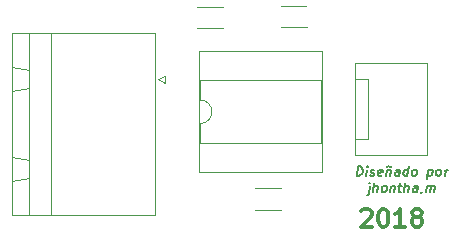
<source format=gto>
%TF.GenerationSoftware,KiCad,Pcbnew,(5.0.0)*%
%TF.CreationDate,2018-10-04T12:31:17-06:00*%
%TF.ProjectId,Ejemplo,456A656D706C6F2E6B696361645F7063,1.0*%
%TF.SameCoordinates,Original*%
%TF.FileFunction,Legend,Top*%
%TF.FilePolarity,Positive*%
%FSLAX46Y46*%
G04 Gerber Fmt 4.6, Leading zero omitted, Abs format (unit mm)*
G04 Created by KiCad (PCBNEW (5.0.0)) date 10/04/18 12:31:17*
%MOMM*%
%LPD*%
G01*
G04 APERTURE LIST*
%ADD10C,0.300000*%
%ADD11C,0.175000*%
%ADD12C,0.120000*%
%ADD13R,4.000000X2.500000*%
%ADD14O,4.000000X2.500000*%
%ADD15R,2.430000X2.130000*%
%ADD16O,2.430000X2.130000*%
%ADD17C,0.100000*%
%ADD18C,1.800000*%
%ADD19R,2.000000X2.000000*%
G04 APERTURE END LIST*
D10*
X136428571Y-103271428D02*
X136500000Y-103200000D01*
X136642857Y-103128571D01*
X137000000Y-103128571D01*
X137142857Y-103200000D01*
X137214285Y-103271428D01*
X137285714Y-103414285D01*
X137285714Y-103557142D01*
X137214285Y-103771428D01*
X136357142Y-104628571D01*
X137285714Y-104628571D01*
X138214285Y-103128571D02*
X138357142Y-103128571D01*
X138500000Y-103200000D01*
X138571428Y-103271428D01*
X138642857Y-103414285D01*
X138714285Y-103700000D01*
X138714285Y-104057142D01*
X138642857Y-104342857D01*
X138571428Y-104485714D01*
X138500000Y-104557142D01*
X138357142Y-104628571D01*
X138214285Y-104628571D01*
X138071428Y-104557142D01*
X138000000Y-104485714D01*
X137928571Y-104342857D01*
X137857142Y-104057142D01*
X137857142Y-103700000D01*
X137928571Y-103414285D01*
X138000000Y-103271428D01*
X138071428Y-103200000D01*
X138214285Y-103128571D01*
X140142857Y-104628571D02*
X139285714Y-104628571D01*
X139714285Y-104628571D02*
X139714285Y-103128571D01*
X139571428Y-103342857D01*
X139428571Y-103485714D01*
X139285714Y-103557142D01*
X141000000Y-103771428D02*
X140857142Y-103700000D01*
X140785714Y-103628571D01*
X140714285Y-103485714D01*
X140714285Y-103414285D01*
X140785714Y-103271428D01*
X140857142Y-103200000D01*
X141000000Y-103128571D01*
X141285714Y-103128571D01*
X141428571Y-103200000D01*
X141500000Y-103271428D01*
X141571428Y-103414285D01*
X141571428Y-103485714D01*
X141500000Y-103628571D01*
X141428571Y-103700000D01*
X141285714Y-103771428D01*
X141000000Y-103771428D01*
X140857142Y-103842857D01*
X140785714Y-103914285D01*
X140714285Y-104057142D01*
X140714285Y-104342857D01*
X140785714Y-104485714D01*
X140857142Y-104557142D01*
X141000000Y-104628571D01*
X141285714Y-104628571D01*
X141428571Y-104557142D01*
X141500000Y-104485714D01*
X141571428Y-104342857D01*
X141571428Y-104057142D01*
X141500000Y-103914285D01*
X141428571Y-103842857D01*
X141285714Y-103771428D01*
D11*
X136025066Y-100324404D02*
X136125066Y-99524404D01*
X136315543Y-99524404D01*
X136425066Y-99562500D01*
X136491733Y-99638690D01*
X136520305Y-99714880D01*
X136539352Y-99867261D01*
X136525066Y-99981547D01*
X136467924Y-100133928D01*
X136420305Y-100210119D01*
X136334590Y-100286309D01*
X136215543Y-100324404D01*
X136025066Y-100324404D01*
X136825066Y-100324404D02*
X136891733Y-99791071D01*
X136925066Y-99524404D02*
X136882209Y-99562500D01*
X136915543Y-99600595D01*
X136958400Y-99562500D01*
X136925066Y-99524404D01*
X136915543Y-99600595D01*
X137172686Y-100286309D02*
X137244114Y-100324404D01*
X137396495Y-100324404D01*
X137477447Y-100286309D01*
X137525066Y-100210119D01*
X137529828Y-100172023D01*
X137501257Y-100095833D01*
X137429828Y-100057738D01*
X137315543Y-100057738D01*
X137244114Y-100019642D01*
X137215543Y-99943452D01*
X137220305Y-99905357D01*
X137267924Y-99829166D01*
X137348876Y-99791071D01*
X137463162Y-99791071D01*
X137534590Y-99829166D01*
X138163162Y-100286309D02*
X138082209Y-100324404D01*
X137929828Y-100324404D01*
X137858400Y-100286309D01*
X137829828Y-100210119D01*
X137867924Y-99905357D01*
X137915543Y-99829166D01*
X137996495Y-99791071D01*
X138148876Y-99791071D01*
X138220305Y-99829166D01*
X138248876Y-99905357D01*
X138239352Y-99981547D01*
X137848876Y-100057738D01*
X138606019Y-99791071D02*
X138539352Y-100324404D01*
X138596495Y-99867261D02*
X138639352Y-99829166D01*
X138720305Y-99791071D01*
X138834590Y-99791071D01*
X138906019Y-99829166D01*
X138934590Y-99905357D01*
X138882209Y-100324404D01*
X138591733Y-99600595D02*
X138634590Y-99562500D01*
X138715543Y-99524404D01*
X138858400Y-99600595D01*
X138939352Y-99562500D01*
X138982209Y-99524404D01*
X139606019Y-100324404D02*
X139658400Y-99905357D01*
X139629828Y-99829166D01*
X139558400Y-99791071D01*
X139406019Y-99791071D01*
X139325066Y-99829166D01*
X139610781Y-100286309D02*
X139529828Y-100324404D01*
X139339352Y-100324404D01*
X139267924Y-100286309D01*
X139239352Y-100210119D01*
X139248876Y-100133928D01*
X139296495Y-100057738D01*
X139377447Y-100019642D01*
X139567924Y-100019642D01*
X139648876Y-99981547D01*
X140329828Y-100324404D02*
X140429828Y-99524404D01*
X140334590Y-100286309D02*
X140253638Y-100324404D01*
X140101257Y-100324404D01*
X140029828Y-100286309D01*
X139996495Y-100248214D01*
X139967924Y-100172023D01*
X139996495Y-99943452D01*
X140044114Y-99867261D01*
X140086971Y-99829166D01*
X140167924Y-99791071D01*
X140320305Y-99791071D01*
X140391733Y-99829166D01*
X140825066Y-100324404D02*
X140753638Y-100286309D01*
X140720305Y-100248214D01*
X140691733Y-100172023D01*
X140720305Y-99943452D01*
X140767924Y-99867261D01*
X140810781Y-99829166D01*
X140891733Y-99791071D01*
X141006019Y-99791071D01*
X141077447Y-99829166D01*
X141110781Y-99867261D01*
X141139352Y-99943452D01*
X141110781Y-100172023D01*
X141063162Y-100248214D01*
X141020305Y-100286309D01*
X140939352Y-100324404D01*
X140825066Y-100324404D01*
X142110781Y-99791071D02*
X142010781Y-100591071D01*
X142106019Y-99829166D02*
X142186971Y-99791071D01*
X142339352Y-99791071D01*
X142410781Y-99829166D01*
X142444114Y-99867261D01*
X142472686Y-99943452D01*
X142444114Y-100172023D01*
X142396495Y-100248214D01*
X142353638Y-100286309D01*
X142272686Y-100324404D01*
X142120305Y-100324404D01*
X142048876Y-100286309D01*
X142882209Y-100324404D02*
X142810781Y-100286309D01*
X142777447Y-100248214D01*
X142748876Y-100172023D01*
X142777447Y-99943452D01*
X142825066Y-99867261D01*
X142867924Y-99829166D01*
X142948876Y-99791071D01*
X143063162Y-99791071D01*
X143134590Y-99829166D01*
X143167924Y-99867261D01*
X143196495Y-99943452D01*
X143167924Y-100172023D01*
X143120305Y-100248214D01*
X143077447Y-100286309D01*
X142996495Y-100324404D01*
X142882209Y-100324404D01*
X143491733Y-100324404D02*
X143558400Y-99791071D01*
X143539352Y-99943452D02*
X143586971Y-99867261D01*
X143629828Y-99829166D01*
X143710781Y-99791071D01*
X143786971Y-99791071D01*
X137120305Y-101166071D02*
X137034590Y-101851785D01*
X136986971Y-101927976D01*
X136906019Y-101966071D01*
X136867924Y-101966071D01*
X137153638Y-100899404D02*
X137110781Y-100937500D01*
X137144114Y-100975595D01*
X137186971Y-100937500D01*
X137153638Y-100899404D01*
X137144114Y-100975595D01*
X137434590Y-101699404D02*
X137534590Y-100899404D01*
X137777447Y-101699404D02*
X137829828Y-101280357D01*
X137801257Y-101204166D01*
X137729828Y-101166071D01*
X137615543Y-101166071D01*
X137534590Y-101204166D01*
X137491733Y-101242261D01*
X138272686Y-101699404D02*
X138201257Y-101661309D01*
X138167924Y-101623214D01*
X138139352Y-101547023D01*
X138167924Y-101318452D01*
X138215543Y-101242261D01*
X138258400Y-101204166D01*
X138339352Y-101166071D01*
X138453638Y-101166071D01*
X138525066Y-101204166D01*
X138558400Y-101242261D01*
X138586971Y-101318452D01*
X138558400Y-101547023D01*
X138510781Y-101623214D01*
X138467924Y-101661309D01*
X138386971Y-101699404D01*
X138272686Y-101699404D01*
X138948876Y-101166071D02*
X138882209Y-101699404D01*
X138939352Y-101242261D02*
X138982209Y-101204166D01*
X139063162Y-101166071D01*
X139177447Y-101166071D01*
X139248876Y-101204166D01*
X139277447Y-101280357D01*
X139225066Y-101699404D01*
X139558400Y-101166071D02*
X139863162Y-101166071D01*
X139706019Y-100899404D02*
X139620305Y-101585119D01*
X139648876Y-101661309D01*
X139720305Y-101699404D01*
X139796495Y-101699404D01*
X140063162Y-101699404D02*
X140163162Y-100899404D01*
X140406019Y-101699404D02*
X140458400Y-101280357D01*
X140429828Y-101204166D01*
X140358400Y-101166071D01*
X140244114Y-101166071D01*
X140163162Y-101204166D01*
X140120305Y-101242261D01*
X141129828Y-101699404D02*
X141182209Y-101280357D01*
X141153638Y-101204166D01*
X141082209Y-101166071D01*
X140929828Y-101166071D01*
X140848876Y-101204166D01*
X141134590Y-101661309D02*
X141053638Y-101699404D01*
X140863162Y-101699404D01*
X140791733Y-101661309D01*
X140763162Y-101585119D01*
X140772686Y-101508928D01*
X140820305Y-101432738D01*
X140901257Y-101394642D01*
X141091733Y-101394642D01*
X141172686Y-101356547D01*
X141553638Y-101661309D02*
X141548876Y-101699404D01*
X141501257Y-101775595D01*
X141458400Y-101813690D01*
X141891733Y-101699404D02*
X141958400Y-101166071D01*
X141948876Y-101242261D02*
X141991733Y-101204166D01*
X142072686Y-101166071D01*
X142186971Y-101166071D01*
X142258400Y-101204166D01*
X142286971Y-101280357D01*
X142234590Y-101699404D01*
X142286971Y-101280357D02*
X142334590Y-101204166D01*
X142415543Y-101166071D01*
X142529828Y-101166071D01*
X142601257Y-101204166D01*
X142629828Y-101280357D01*
X142577447Y-101699404D01*
D12*
X118980000Y-88260000D02*
X106820000Y-88260000D01*
X106820000Y-88260000D02*
X106820000Y-103660000D01*
X106820000Y-103660000D02*
X118980000Y-103660000D01*
X118980000Y-103660000D02*
X118980000Y-88260000D01*
X108320000Y-88260000D02*
X110120000Y-88260000D01*
X110120000Y-88260000D02*
X110120000Y-103660000D01*
X110120000Y-103660000D02*
X108320000Y-103660000D01*
X108320000Y-103660000D02*
X108320000Y-88260000D01*
X106820000Y-91150000D02*
X106820000Y-93150000D01*
X106820000Y-93150000D02*
X108320000Y-92900000D01*
X108320000Y-92900000D02*
X108320000Y-91400000D01*
X108320000Y-91400000D02*
X106820000Y-91150000D01*
X106820000Y-98770000D02*
X106820000Y-100770000D01*
X106820000Y-100770000D02*
X108320000Y-100520000D01*
X108320000Y-100520000D02*
X108320000Y-99020000D01*
X108320000Y-99020000D02*
X106820000Y-98770000D01*
X119780000Y-92450000D02*
X119180000Y-92150000D01*
X119180000Y-92150000D02*
X119780000Y-91850000D01*
X119780000Y-91850000D02*
X119780000Y-92450000D01*
X135900000Y-90800000D02*
X141950000Y-90800000D01*
X141950000Y-90800000D02*
X141950000Y-98600000D01*
X141950000Y-98600000D02*
X135900000Y-98600000D01*
X135900000Y-98600000D02*
X135900000Y-90800000D01*
X136000000Y-92150000D02*
X137010000Y-92150000D01*
X137010000Y-92150000D02*
X137010000Y-97230000D01*
X137010000Y-97230000D02*
X136000000Y-97230000D01*
X129661252Y-103210000D02*
X127438748Y-103210000D01*
X129661252Y-101390000D02*
X127438748Y-101390000D01*
X124761252Y-85990000D02*
X122538748Y-85990000D01*
X124761252Y-87810000D02*
X122538748Y-87810000D01*
X131861252Y-87760000D02*
X129638748Y-87760000D01*
X131861252Y-85940000D02*
X129638748Y-85940000D01*
X122760000Y-93900000D02*
G75*
G02X122760000Y-95900000I0J-1000000D01*
G01*
X122760000Y-95900000D02*
X122760000Y-97550000D01*
X122760000Y-97550000D02*
X133040000Y-97550000D01*
X133040000Y-97550000D02*
X133040000Y-92250000D01*
X133040000Y-92250000D02*
X122760000Y-92250000D01*
X122760000Y-92250000D02*
X122760000Y-93900000D01*
X122700000Y-100040000D02*
X133100000Y-100040000D01*
X133100000Y-100040000D02*
X133100000Y-89760000D01*
X133100000Y-89760000D02*
X122700000Y-89760000D01*
X122700000Y-89760000D02*
X122700000Y-100040000D01*
%LPC*%
D13*
X116900000Y-92150000D03*
D14*
X116900000Y-99770000D03*
D15*
X139300000Y-92150000D03*
D16*
X139300000Y-94690000D03*
X139300000Y-97230000D03*
D17*
G36*
X131160078Y-101201548D02*
X131191280Y-101206176D01*
X131221878Y-101213841D01*
X131251578Y-101224467D01*
X131280093Y-101237954D01*
X131307148Y-101254170D01*
X131332484Y-101272961D01*
X131355856Y-101294144D01*
X131377039Y-101317516D01*
X131395830Y-101342852D01*
X131412046Y-101369907D01*
X131425533Y-101398422D01*
X131436159Y-101428122D01*
X131443824Y-101458720D01*
X131448452Y-101489922D01*
X131450000Y-101521427D01*
X131450000Y-103078573D01*
X131448452Y-103110078D01*
X131443824Y-103141280D01*
X131436159Y-103171878D01*
X131425533Y-103201578D01*
X131412046Y-103230093D01*
X131395830Y-103257148D01*
X131377039Y-103282484D01*
X131355856Y-103305856D01*
X131332484Y-103327039D01*
X131307148Y-103345830D01*
X131280093Y-103362046D01*
X131251578Y-103375533D01*
X131221878Y-103386159D01*
X131191280Y-103393824D01*
X131160078Y-103398452D01*
X131128573Y-103400000D01*
X129971427Y-103400000D01*
X129939922Y-103398452D01*
X129908720Y-103393824D01*
X129878122Y-103386159D01*
X129848422Y-103375533D01*
X129819907Y-103362046D01*
X129792852Y-103345830D01*
X129767516Y-103327039D01*
X129744144Y-103305856D01*
X129722961Y-103282484D01*
X129704170Y-103257148D01*
X129687954Y-103230093D01*
X129674467Y-103201578D01*
X129663841Y-103171878D01*
X129656176Y-103141280D01*
X129651548Y-103110078D01*
X129650000Y-103078573D01*
X129650000Y-101521427D01*
X129651548Y-101489922D01*
X129656176Y-101458720D01*
X129663841Y-101428122D01*
X129674467Y-101398422D01*
X129687954Y-101369907D01*
X129704170Y-101342852D01*
X129722961Y-101317516D01*
X129744144Y-101294144D01*
X129767516Y-101272961D01*
X129792852Y-101254170D01*
X129819907Y-101237954D01*
X129848422Y-101224467D01*
X129878122Y-101213841D01*
X129908720Y-101206176D01*
X129939922Y-101201548D01*
X129971427Y-101200000D01*
X131128573Y-101200000D01*
X131160078Y-101201548D01*
X131160078Y-101201548D01*
G37*
D18*
X130550000Y-102300000D03*
D17*
G36*
X127160078Y-101201548D02*
X127191280Y-101206176D01*
X127221878Y-101213841D01*
X127251578Y-101224467D01*
X127280093Y-101237954D01*
X127307148Y-101254170D01*
X127332484Y-101272961D01*
X127355856Y-101294144D01*
X127377039Y-101317516D01*
X127395830Y-101342852D01*
X127412046Y-101369907D01*
X127425533Y-101398422D01*
X127436159Y-101428122D01*
X127443824Y-101458720D01*
X127448452Y-101489922D01*
X127450000Y-101521427D01*
X127450000Y-103078573D01*
X127448452Y-103110078D01*
X127443824Y-103141280D01*
X127436159Y-103171878D01*
X127425533Y-103201578D01*
X127412046Y-103230093D01*
X127395830Y-103257148D01*
X127377039Y-103282484D01*
X127355856Y-103305856D01*
X127332484Y-103327039D01*
X127307148Y-103345830D01*
X127280093Y-103362046D01*
X127251578Y-103375533D01*
X127221878Y-103386159D01*
X127191280Y-103393824D01*
X127160078Y-103398452D01*
X127128573Y-103400000D01*
X125971427Y-103400000D01*
X125939922Y-103398452D01*
X125908720Y-103393824D01*
X125878122Y-103386159D01*
X125848422Y-103375533D01*
X125819907Y-103362046D01*
X125792852Y-103345830D01*
X125767516Y-103327039D01*
X125744144Y-103305856D01*
X125722961Y-103282484D01*
X125704170Y-103257148D01*
X125687954Y-103230093D01*
X125674467Y-103201578D01*
X125663841Y-103171878D01*
X125656176Y-103141280D01*
X125651548Y-103110078D01*
X125650000Y-103078573D01*
X125650000Y-101521427D01*
X125651548Y-101489922D01*
X125656176Y-101458720D01*
X125663841Y-101428122D01*
X125674467Y-101398422D01*
X125687954Y-101369907D01*
X125704170Y-101342852D01*
X125722961Y-101317516D01*
X125744144Y-101294144D01*
X125767516Y-101272961D01*
X125792852Y-101254170D01*
X125819907Y-101237954D01*
X125848422Y-101224467D01*
X125878122Y-101213841D01*
X125908720Y-101206176D01*
X125939922Y-101201548D01*
X125971427Y-101200000D01*
X127128573Y-101200000D01*
X127160078Y-101201548D01*
X127160078Y-101201548D01*
G37*
D18*
X126550000Y-102300000D03*
D17*
G36*
X122260078Y-85801548D02*
X122291280Y-85806176D01*
X122321878Y-85813841D01*
X122351578Y-85824467D01*
X122380093Y-85837954D01*
X122407148Y-85854170D01*
X122432484Y-85872961D01*
X122455856Y-85894144D01*
X122477039Y-85917516D01*
X122495830Y-85942852D01*
X122512046Y-85969907D01*
X122525533Y-85998422D01*
X122536159Y-86028122D01*
X122543824Y-86058720D01*
X122548452Y-86089922D01*
X122550000Y-86121427D01*
X122550000Y-87678573D01*
X122548452Y-87710078D01*
X122543824Y-87741280D01*
X122536159Y-87771878D01*
X122525533Y-87801578D01*
X122512046Y-87830093D01*
X122495830Y-87857148D01*
X122477039Y-87882484D01*
X122455856Y-87905856D01*
X122432484Y-87927039D01*
X122407148Y-87945830D01*
X122380093Y-87962046D01*
X122351578Y-87975533D01*
X122321878Y-87986159D01*
X122291280Y-87993824D01*
X122260078Y-87998452D01*
X122228573Y-88000000D01*
X121071427Y-88000000D01*
X121039922Y-87998452D01*
X121008720Y-87993824D01*
X120978122Y-87986159D01*
X120948422Y-87975533D01*
X120919907Y-87962046D01*
X120892852Y-87945830D01*
X120867516Y-87927039D01*
X120844144Y-87905856D01*
X120822961Y-87882484D01*
X120804170Y-87857148D01*
X120787954Y-87830093D01*
X120774467Y-87801578D01*
X120763841Y-87771878D01*
X120756176Y-87741280D01*
X120751548Y-87710078D01*
X120750000Y-87678573D01*
X120750000Y-86121427D01*
X120751548Y-86089922D01*
X120756176Y-86058720D01*
X120763841Y-86028122D01*
X120774467Y-85998422D01*
X120787954Y-85969907D01*
X120804170Y-85942852D01*
X120822961Y-85917516D01*
X120844144Y-85894144D01*
X120867516Y-85872961D01*
X120892852Y-85854170D01*
X120919907Y-85837954D01*
X120948422Y-85824467D01*
X120978122Y-85813841D01*
X121008720Y-85806176D01*
X121039922Y-85801548D01*
X121071427Y-85800000D01*
X122228573Y-85800000D01*
X122260078Y-85801548D01*
X122260078Y-85801548D01*
G37*
D18*
X121650000Y-86900000D03*
D17*
G36*
X126260078Y-85801548D02*
X126291280Y-85806176D01*
X126321878Y-85813841D01*
X126351578Y-85824467D01*
X126380093Y-85837954D01*
X126407148Y-85854170D01*
X126432484Y-85872961D01*
X126455856Y-85894144D01*
X126477039Y-85917516D01*
X126495830Y-85942852D01*
X126512046Y-85969907D01*
X126525533Y-85998422D01*
X126536159Y-86028122D01*
X126543824Y-86058720D01*
X126548452Y-86089922D01*
X126550000Y-86121427D01*
X126550000Y-87678573D01*
X126548452Y-87710078D01*
X126543824Y-87741280D01*
X126536159Y-87771878D01*
X126525533Y-87801578D01*
X126512046Y-87830093D01*
X126495830Y-87857148D01*
X126477039Y-87882484D01*
X126455856Y-87905856D01*
X126432484Y-87927039D01*
X126407148Y-87945830D01*
X126380093Y-87962046D01*
X126351578Y-87975533D01*
X126321878Y-87986159D01*
X126291280Y-87993824D01*
X126260078Y-87998452D01*
X126228573Y-88000000D01*
X125071427Y-88000000D01*
X125039922Y-87998452D01*
X125008720Y-87993824D01*
X124978122Y-87986159D01*
X124948422Y-87975533D01*
X124919907Y-87962046D01*
X124892852Y-87945830D01*
X124867516Y-87927039D01*
X124844144Y-87905856D01*
X124822961Y-87882484D01*
X124804170Y-87857148D01*
X124787954Y-87830093D01*
X124774467Y-87801578D01*
X124763841Y-87771878D01*
X124756176Y-87741280D01*
X124751548Y-87710078D01*
X124750000Y-87678573D01*
X124750000Y-86121427D01*
X124751548Y-86089922D01*
X124756176Y-86058720D01*
X124763841Y-86028122D01*
X124774467Y-85998422D01*
X124787954Y-85969907D01*
X124804170Y-85942852D01*
X124822961Y-85917516D01*
X124844144Y-85894144D01*
X124867516Y-85872961D01*
X124892852Y-85854170D01*
X124919907Y-85837954D01*
X124948422Y-85824467D01*
X124978122Y-85813841D01*
X125008720Y-85806176D01*
X125039922Y-85801548D01*
X125071427Y-85800000D01*
X126228573Y-85800000D01*
X126260078Y-85801548D01*
X126260078Y-85801548D01*
G37*
D18*
X125650000Y-86900000D03*
D17*
G36*
X133360078Y-85751548D02*
X133391280Y-85756176D01*
X133421878Y-85763841D01*
X133451578Y-85774467D01*
X133480093Y-85787954D01*
X133507148Y-85804170D01*
X133532484Y-85822961D01*
X133555856Y-85844144D01*
X133577039Y-85867516D01*
X133595830Y-85892852D01*
X133612046Y-85919907D01*
X133625533Y-85948422D01*
X133636159Y-85978122D01*
X133643824Y-86008720D01*
X133648452Y-86039922D01*
X133650000Y-86071427D01*
X133650000Y-87628573D01*
X133648452Y-87660078D01*
X133643824Y-87691280D01*
X133636159Y-87721878D01*
X133625533Y-87751578D01*
X133612046Y-87780093D01*
X133595830Y-87807148D01*
X133577039Y-87832484D01*
X133555856Y-87855856D01*
X133532484Y-87877039D01*
X133507148Y-87895830D01*
X133480093Y-87912046D01*
X133451578Y-87925533D01*
X133421878Y-87936159D01*
X133391280Y-87943824D01*
X133360078Y-87948452D01*
X133328573Y-87950000D01*
X132171427Y-87950000D01*
X132139922Y-87948452D01*
X132108720Y-87943824D01*
X132078122Y-87936159D01*
X132048422Y-87925533D01*
X132019907Y-87912046D01*
X131992852Y-87895830D01*
X131967516Y-87877039D01*
X131944144Y-87855856D01*
X131922961Y-87832484D01*
X131904170Y-87807148D01*
X131887954Y-87780093D01*
X131874467Y-87751578D01*
X131863841Y-87721878D01*
X131856176Y-87691280D01*
X131851548Y-87660078D01*
X131850000Y-87628573D01*
X131850000Y-86071427D01*
X131851548Y-86039922D01*
X131856176Y-86008720D01*
X131863841Y-85978122D01*
X131874467Y-85948422D01*
X131887954Y-85919907D01*
X131904170Y-85892852D01*
X131922961Y-85867516D01*
X131944144Y-85844144D01*
X131967516Y-85822961D01*
X131992852Y-85804170D01*
X132019907Y-85787954D01*
X132048422Y-85774467D01*
X132078122Y-85763841D01*
X132108720Y-85756176D01*
X132139922Y-85751548D01*
X132171427Y-85750000D01*
X133328573Y-85750000D01*
X133360078Y-85751548D01*
X133360078Y-85751548D01*
G37*
D18*
X132750000Y-86850000D03*
D17*
G36*
X129360078Y-85751548D02*
X129391280Y-85756176D01*
X129421878Y-85763841D01*
X129451578Y-85774467D01*
X129480093Y-85787954D01*
X129507148Y-85804170D01*
X129532484Y-85822961D01*
X129555856Y-85844144D01*
X129577039Y-85867516D01*
X129595830Y-85892852D01*
X129612046Y-85919907D01*
X129625533Y-85948422D01*
X129636159Y-85978122D01*
X129643824Y-86008720D01*
X129648452Y-86039922D01*
X129650000Y-86071427D01*
X129650000Y-87628573D01*
X129648452Y-87660078D01*
X129643824Y-87691280D01*
X129636159Y-87721878D01*
X129625533Y-87751578D01*
X129612046Y-87780093D01*
X129595830Y-87807148D01*
X129577039Y-87832484D01*
X129555856Y-87855856D01*
X129532484Y-87877039D01*
X129507148Y-87895830D01*
X129480093Y-87912046D01*
X129451578Y-87925533D01*
X129421878Y-87936159D01*
X129391280Y-87943824D01*
X129360078Y-87948452D01*
X129328573Y-87950000D01*
X128171427Y-87950000D01*
X128139922Y-87948452D01*
X128108720Y-87943824D01*
X128078122Y-87936159D01*
X128048422Y-87925533D01*
X128019907Y-87912046D01*
X127992852Y-87895830D01*
X127967516Y-87877039D01*
X127944144Y-87855856D01*
X127922961Y-87832484D01*
X127904170Y-87807148D01*
X127887954Y-87780093D01*
X127874467Y-87751578D01*
X127863841Y-87721878D01*
X127856176Y-87691280D01*
X127851548Y-87660078D01*
X127850000Y-87628573D01*
X127850000Y-86071427D01*
X127851548Y-86039922D01*
X127856176Y-86008720D01*
X127863841Y-85978122D01*
X127874467Y-85948422D01*
X127887954Y-85919907D01*
X127904170Y-85892852D01*
X127922961Y-85867516D01*
X127944144Y-85844144D01*
X127967516Y-85822961D01*
X127992852Y-85804170D01*
X128019907Y-85787954D01*
X128048422Y-85774467D01*
X128078122Y-85763841D01*
X128108720Y-85756176D01*
X128139922Y-85751548D01*
X128171427Y-85750000D01*
X129328573Y-85750000D01*
X129360078Y-85751548D01*
X129360078Y-85751548D01*
G37*
D18*
X128750000Y-86850000D03*
D19*
X124090000Y-98710000D03*
X131710000Y-91090000D03*
X126630000Y-98710000D03*
X129170000Y-91090000D03*
X129170000Y-98710000D03*
X126630000Y-91090000D03*
X131710000Y-98710000D03*
X124090000Y-91090000D03*
M02*

</source>
